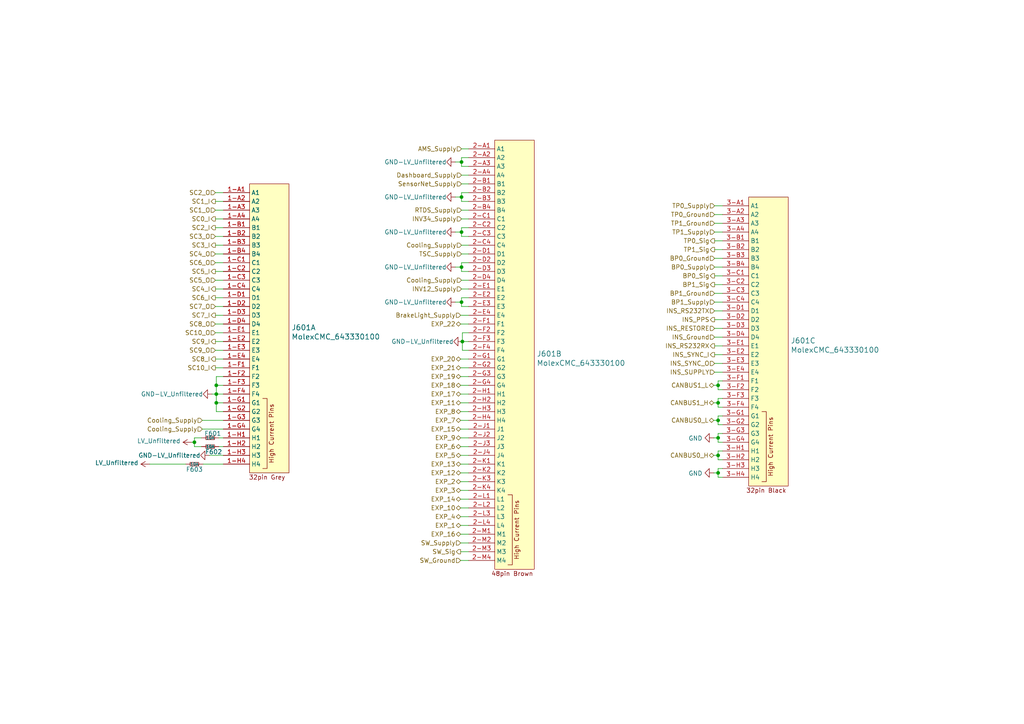
<source format=kicad_sch>
(kicad_sch (version 20231120) (generator "eeschema") (generator_version "8.0")
  (paper "A4")
  (title_block (title "Zynq-Based Master Controller") (date "2020-10-14") (rev "1.0") (company "JFH & SRM"))
  (lib_symbols
    (symbol "Device:Fuse_Small" (pin_numbers hide) (pin_names (offset 0.254) hide)
      (property "Reference" "F" (at 0 -1.524 0))
      (property "Value" "Fuse_Small" (at 0 1.524 0))
      (symbol "Fuse_Small_0_1"
        (rectangle (start -1.27 0.508) (end 1.27 -0.508))
        (polyline (pts (xy -1.27 0) (xy 1.27 0)))
      )
      (symbol "Fuse_Small_1_1"
        (pin passive line (at -2.54 0 0) (length 1.27) (name "~") (number "1"))
        (pin passive line (at 2.54 0 180) (length 1.27) (name "~") (number "2"))
      )
    )
    (symbol "Vikings_connectors:MolexCMC_643330100"
      (property "Reference" "J" (at -5.08 43.18 0))
      (property "Value" "MolexCMC_643330100" (at 6.35 29.21 90))
      (symbol "MolexCMC_643330100_1_0"
        (rectangle (start -6.35 41.91) (end 5.08 -41.91) (fill (type background)))
        (polyline (pts (xy -2.54 -20.32) (xy -1.27 -20.32) (xy -1.27 -40.64) (xy -2.54 -40.64)))
        (text "32pin Grey" (at -1.27 -43.18 0) (effects (font (size 1.27 1.27))))
        (text "High Current Pins" (at 0 -30.48 900) (effects (font (size 1.27 1.27))))
      )
      (symbol "MolexCMC_643330100_1_1"
        (pin input line (at -13.97 39.37 0) (length 7.62) (name "A1") (number "1-A1"))
        (pin input line (at -13.97 36.83 0) (length 7.62) (name "A2") (number "1-A2"))
        (pin input line (at -13.97 34.29 0) (length 7.62) (name "A3") (number "1-A3"))
        (pin input line (at -13.97 31.75 0) (length 7.62) (name "A4") (number "1-A4"))
        (pin input line (at -13.97 29.21 0) (length 7.62) (name "B1") (number "1-B1"))
        (pin input line (at -13.97 26.67 0) (length 7.62) (name "B2") (number "1-B2"))
        (pin input line (at -13.97 24.13 0) (length 7.62) (name "B3") (number "1-B3"))
        (pin input line (at -13.97 21.59 0) (length 7.62) (name "B4") (number "1-B4"))
        (pin input line (at -13.97 19.05 0) (length 7.62) (name "C1") (number "1-C1"))
        (pin input line (at -13.97 16.51 0) (length 7.62) (name "C2") (number "1-C2"))
        (pin input line (at -13.97 13.97 0) (length 7.62) (name "C3") (number "1-C3"))
        (pin input line (at -13.97 11.43 0) (length 7.62) (name "C4") (number "1-C4"))
        (pin input line (at -13.97 8.89 0) (length 7.62) (name "D1") (number "1-D1"))
        (pin input line (at -13.97 6.35 0) (length 7.62) (name "D2") (number "1-D2"))
        (pin input line (at -13.97 3.81 0) (length 7.62) (name "D3") (number "1-D3"))
        (pin input line (at -13.97 1.27 0) (length 7.62) (name "D4") (number "1-D4"))
        (pin input line (at -13.97 -1.27 0) (length 7.62) (name "E1") (number "1-E1"))
        (pin input line (at -13.97 -3.81 0) (length 7.62) (name "E2") (number "1-E2"))
        (pin input line (at -13.97 -6.35 0) (length 7.62) (name "E3") (number "1-E3"))
        (pin input line (at -13.97 -8.89 0) (length 7.62) (name "E4") (number "1-E4"))
        (pin input line (at -13.97 -11.43 0) (length 7.62) (name "F1") (number "1-F1"))
        (pin input line (at -13.97 -13.97 0) (length 7.62) (name "F2") (number "1-F2"))
        (pin input line (at -13.97 -16.51 0) (length 7.62) (name "F3") (number "1-F3"))
        (pin input line (at -13.97 -19.05 0) (length 7.62) (name "F4") (number "1-F4"))
        (pin input line (at -13.97 -21.59 0) (length 7.62) (name "G1") (number "1-G1"))
        (pin input line (at -13.97 -24.13 0) (length 7.62) (name "G2") (number "1-G2"))
        (pin input line (at -13.97 -26.67 0) (length 7.62) (name "G3") (number "1-G3"))
        (pin input line (at -13.97 -29.21 0) (length 7.62) (name "G4") (number "1-G4"))
        (pin input line (at -13.97 -31.75 0) (length 7.62) (name "H1") (number "1-H1"))
        (pin input line (at -13.97 -34.29 0) (length 7.62) (name "H2") (number "1-H2"))
        (pin input line (at -13.97 -36.83 0) (length 7.62) (name "H3") (number "1-H3"))
        (pin input line (at -13.97 -39.37 0) (length 7.62) (name "H4") (number "1-H4"))
      )
      (symbol "MolexCMC_643330100_2_0"
        (rectangle (start -6.35 41.91) (end 5.08 -82.55) (fill (type background)))
        (polyline (pts (xy -2.54 -60.96) (xy -1.27 -60.96) (xy -1.27 -81.28) (xy -2.54 -81.28)))
        (text "48pin Brown" (at -1.27 -83.82 0) (effects (font (size 1.27 1.27))))
        (text "High Current Pins" (at 0 -71.12 900) (effects (font (size 1.27 1.27))))
      )
      (symbol "MolexCMC_643330100_2_1"
        (pin input line (at -13.97 39.37 0) (length 7.62) (name "A1") (number "2-A1"))
        (pin input line (at -13.97 36.83 0) (length 7.62) (name "A2") (number "2-A2"))
        (pin input line (at -13.97 34.29 0) (length 7.62) (name "A3") (number "2-A3"))
        (pin input line (at -13.97 31.75 0) (length 7.62) (name "A4") (number "2-A4"))
        (pin input line (at -13.97 29.21 0) (length 7.62) (name "B1") (number "2-B1"))
        (pin input line (at -13.97 26.67 0) (length 7.62) (name "B2") (number "2-B2"))
        (pin input line (at -13.97 24.13 0) (length 7.62) (name "B3") (number "2-B3"))
        (pin input line (at -13.97 21.59 0) (length 7.62) (name "B4") (number "2-B4"))
        (pin input line (at -13.97 19.05 0) (length 7.62) (name "C1") (number "2-C1"))
        (pin input line (at -13.97 16.51 0) (length 7.62) (name "C2") (number "2-C2"))
        (pin input line (at -13.97 13.97 0) (length 7.62) (name "C3") (number "2-C3"))
        (pin input line (at -13.97 11.43 0) (length 7.62) (name "C4") (number "2-C4"))
        (pin input line (at -13.97 8.89 0) (length 7.62) (name "D1") (number "2-D1"))
        (pin input line (at -13.97 6.35 0) (length 7.62) (name "D2") (number "2-D2"))
        (pin input line (at -13.97 3.81 0) (length 7.62) (name "D3") (number "2-D3"))
        (pin input line (at -13.97 1.27 0) (length 7.62) (name "D4") (number "2-D4"))
        (pin input line (at -13.97 -1.27 0) (length 7.62) (name "E1") (number "2-E1"))
        (pin input line (at -13.97 -3.81 0) (length 7.62) (name "E2") (number "2-E2"))
        (pin input line (at -13.97 -6.35 0) (length 7.62) (name "E3") (number "2-E3"))
        (pin input line (at -13.97 -8.89 0) (length 7.62) (name "E4") (number "2-E4"))
        (pin input line (at -13.97 -11.43 0) (length 7.62) (name "F1") (number "2-F1"))
        (pin input line (at -13.97 -13.97 0) (length 7.62) (name "F2") (number "2-F2"))
        (pin input line (at -13.97 -16.51 0) (length 7.62) (name "F3") (number "2-F3"))
        (pin input line (at -13.97 -19.05 0) (length 7.62) (name "F4") (number "2-F4"))
        (pin input line (at -13.97 -21.59 0) (length 7.62) (name "G1") (number "2-G1"))
        (pin input line (at -13.97 -24.13 0) (length 7.62) (name "G2") (number "2-G2"))
        (pin input line (at -13.97 -26.67 0) (length 7.62) (name "G3") (number "2-G3"))
        (pin input line (at -13.97 -29.21 0) (length 7.62) (name "G4") (number "2-G4"))
        (pin input line (at -13.97 -31.75 0) (length 7.62) (name "H1") (number "2-H1"))
        (pin input line (at -13.97 -34.29 0) (length 7.62) (name "H2") (number "2-H2"))
        (pin input line (at -13.97 -36.83 0) (length 7.62) (name "H3") (number "2-H3"))
        (pin input line (at -13.97 -39.37 0) (length 7.62) (name "H4") (number "2-H4"))
        (pin input line (at -13.97 -41.91 0) (length 7.62) (name "J1") (number "2-J1"))
        (pin input line (at -13.97 -44.45 0) (length 7.62) (name "J2") (number "2-J2"))
        (pin input line (at -13.97 -46.99 0) (length 7.62) (name "J3") (number "2-J3"))
        (pin input line (at -13.97 -49.53 0) (length 7.62) (name "J4") (number "2-J4"))
        (pin input line (at -13.97 -52.07 0) (length 7.62) (name "K1") (number "2-K1"))
        (pin input line (at -13.97 -54.61 0) (length 7.62) (name "K2") (number "2-K2"))
        (pin input line (at -13.97 -57.15 0) (length 7.62) (name "K3") (number "2-K3"))
        (pin input line (at -13.97 -59.69 0) (length 7.62) (name "K4") (number "2-K4"))
        (pin input line (at -13.97 -62.23 0) (length 7.62) (name "L1") (number "2-L1"))
        (pin input line (at -13.97 -64.77 0) (length 7.62) (name "L2") (number "2-L2"))
        (pin input line (at -13.97 -67.31 0) (length 7.62) (name "L3") (number "2-L3"))
        (pin input line (at -13.97 -69.85 0) (length 7.62) (name "L4") (number "2-L4"))
        (pin input line (at -13.97 -72.39 0) (length 7.62) (name "M1") (number "2-M1"))
        (pin input line (at -13.97 -74.93 0) (length 7.62) (name "M2") (number "2-M2"))
        (pin input line (at -13.97 -77.47 0) (length 7.62) (name "M3") (number "2-M3"))
        (pin input line (at -13.97 -80.01 0) (length 7.62) (name "M4") (number "2-M4"))
      )
      (symbol "MolexCMC_643330100_3_1"
        (rectangle (start -6.35 41.91) (end 5.08 -41.91) (fill (type background)))
        (polyline (pts (xy -2.54 -20.32) (xy -1.27 -20.32) (xy -1.27 -40.64) (xy -2.54 -40.64)))
        (text "32pin Black" (at -1.27 -43.18 0) (effects (font (size 1.27 1.27))))
        (text "High Current Pins" (at 0 -30.48 900) (effects (font (size 1.27 1.27))))
        (pin input line (at -13.97 39.37 0) (length 7.62) (name "A1") (number "3-A1"))
        (pin input line (at -13.97 36.83 0) (length 7.62) (name "A2") (number "3-A2"))
        (pin input line (at -13.97 34.29 0) (length 7.62) (name "A3") (number "3-A3"))
        (pin input line (at -13.97 31.75 0) (length 7.62) (name "A4") (number "3-A4"))
        (pin input line (at -13.97 29.21 0) (length 7.62) (name "B1") (number "3-B1"))
        (pin input line (at -13.97 26.67 0) (length 7.62) (name "B2") (number "3-B2"))
        (pin input line (at -13.97 24.13 0) (length 7.62) (name "B3") (number "3-B3"))
        (pin input line (at -13.97 21.59 0) (length 7.62) (name "B4") (number "3-B4"))
        (pin input line (at -13.97 19.05 0) (length 7.62) (name "C1") (number "3-C1"))
        (pin input line (at -13.97 16.51 0) (length 7.62) (name "C2") (number "3-C2"))
        (pin input line (at -13.97 13.97 0) (length 7.62) (name "C3") (number "3-C3"))
        (pin input line (at -13.97 11.43 0) (length 7.62) (name "C4") (number "3-C4"))
        (pin input line (at -13.97 8.89 0) (length 7.62) (name "D1") (number "3-D1"))
        (pin input line (at -13.97 6.35 0) (length 7.62) (name "D2") (number "3-D2"))
        (pin input line (at -13.97 3.81 0) (length 7.62) (name "D3") (number "3-D3"))
        (pin input line (at -13.97 1.27 0) (length 7.62) (name "D4") (number "3-D4"))
        (pin input line (at -13.97 -1.27 0) (length 7.62) (name "E1") (number "3-E1"))
        (pin input line (at -13.97 -3.81 0) (length 7.62) (name "E2") (number "3-E2"))
        (pin input line (at -13.97 -6.35 0) (length 7.62) (name "E3") (number "3-E3"))
        (pin input line (at -13.97 -8.89 0) (length 7.62) (name "E4") (number "3-E4"))
        (pin input line (at -13.97 -11.43 0) (length 7.62) (name "F1") (number "3-F1"))
        (pin input line (at -13.97 -13.97 0) (length 7.62) (name "F2") (number "3-F2"))
        (pin input line (at -13.97 -16.51 0) (length 7.62) (name "F3") (number "3-F3"))
        (pin input line (at -13.97 -19.05 0) (length 7.62) (name "F4") (number "3-F4"))
        (pin input line (at -13.97 -21.59 0) (length 7.62) (name "G1") (number "3-G1"))
        (pin input line (at -13.97 -24.13 0) (length 7.62) (name "G2") (number "3-G2"))
        (pin input line (at -13.97 -26.67 0) (length 7.62) (name "G3") (number "3-G3"))
        (pin input line (at -13.97 -29.21 0) (length 7.62) (name "G4") (number "3-G4"))
        (pin input line (at -13.97 -31.75 0) (length 7.62) (name "H1") (number "3-H1"))
        (pin input line (at -13.97 -34.29 0) (length 7.62) (name "H2") (number "3-H2"))
        (pin input line (at -13.97 -36.83 0) (length 7.62) (name "H3") (number "3-H3"))
        (pin input line (at -13.97 -39.37 0) (length 7.62) (name "H4") (number "3-H4"))
      )
    )
    (symbol "Vikings_misc:GND-LV_Unfiltered" (power) (pin_names (offset 0))
      (property "Value" "GND-LV_Unfiltered" (at 0 -3.81 0))
      (symbol "GND-LV_Unfiltered_0_1"
        (polyline (pts (xy 0 0) (xy 0 -1.27) (xy 1.27 -1.27) (xy 0 -2.54) (xy -1.27 -1.27) (xy 0 -1.27)))
      )
      (symbol "GND-LV_Unfiltered_1_1"
        (pin power_in line (at 0 0 270) (length 0) hide (name "GND-LV_Unfiltered") (number "1"))
      )
    )
    (symbol "Vikings_misc:LV_Unfiltered" (power) (pin_names (offset 0))
      (property "Value" "LV_Unfiltered" (at 0 5.08 0))
      (symbol "LV_Unfiltered_1_1"
        (polyline (pts (xy -0.762 1.27) (xy 0 2.54)))
        (polyline (pts (xy 0 0) (xy 0 2.54)))
        (polyline (pts (xy 0 2.54) (xy 0.762 1.27)))
        (pin power_in line (at 0 0 90) (length 0) hide (name "LV_Unfiltered") (number "1"))
      )
    )
    (symbol "power:GND" (power) (pin_numbers hide) (pin_names (offset 0) hide)
      (property "Value" "GND" (at 0 -3.81 0))
      (symbol "GND_0_1"
        (polyline (pts (xy 0 0) (xy 0 -1.27) (xy 1.27 -1.27) (xy 0 -2.54) (xy -1.27 -1.27) (xy 0 -1.27)))
      )
      (symbol "GND_1_1"
        (pin power_in line (at 0 0 270) (length 0) (name "~") (number "1"))
      )
    )
  )
  (junction (at 208.28 132.08))
  (junction (at 62.738 111.76))
  (junction (at 208.28 111.76))
  (junction (at 208.28 116.84))
  (junction (at 133.858 87.63))
  (junction (at 208.28 127))
  (junction (at 133.858 77.47))
  (junction (at 208.28 121.92))
  (junction (at 133.858 67.31))
  (junction (at 62.738 116.84))
  (junction (at 133.858 57.15))
  (junction (at 62.738 114.3))
  (junction (at 134.112 99.06))
  (junction (at 56.388 128.27))
  (junction (at 208.28 137.16))
  (junction (at 133.858 46.99))
  (wire (pts (xy 209.55 74.93) (xy 207.264 74.93)))
  (wire (pts (xy 208.28 132.08) (xy 208.28 133.35)))
  (wire (pts (xy 133.858 66.04) (xy 135.89 66.04)))
  (wire (pts (xy 209.55 105.41) (xy 207.264 105.41)))
  (wire (pts (xy 64.77 114.3) (xy 62.738 114.3)))
  (wire (pts (xy 133.858 46.99) (xy 133.858 45.72)))
  (wire (pts (xy 64.77 68.58) (xy 62.484 68.58)))
  (wire (pts (xy 135.89 147.32) (xy 133.604 147.32)))
  (wire (pts (xy 207.01 137.16) (xy 208.28 137.16)))
  (wire (pts (xy 56.388 127) (xy 56.388 128.27)))
  (wire (pts (xy 135.89 63.5) (xy 133.858 63.5)))
  (wire (pts (xy 209.55 95.25) (xy 207.264 95.25)))
  (wire (pts (xy 64.77 116.84) (xy 62.738 116.84)))
  (wire (pts (xy 208.28 121.92) (xy 208.28 123.19)))
  (wire (pts (xy 134.112 101.6) (xy 134.112 99.06)))
  (wire (pts (xy 133.858 57.15) (xy 132.08 57.15)))
  (wire (pts (xy 64.77 73.66) (xy 62.484 73.66)))
  (wire (pts (xy 64.77 132.08) (xy 60.706 132.08)))
  (wire (pts (xy 55.626 128.27) (xy 56.388 128.27)))
  (wire (pts (xy 135.89 73.66) (xy 133.858 73.66)))
  (wire (pts (xy 208.28 128.27) (xy 209.55 128.27)))
  (wire (pts (xy 207.01 116.84) (xy 208.28 116.84)))
  (wire (pts (xy 208.28 133.35) (xy 209.55 133.35)))
  (wire (pts (xy 135.89 104.14) (xy 133.604 104.14)))
  (wire (pts (xy 64.77 106.68) (xy 62.484 106.68)))
  (wire (pts (xy 62.738 116.84) (xy 62.738 119.38)))
  (wire (pts (xy 208.28 130.81) (xy 208.28 132.08)))
  (wire (pts (xy 209.55 67.31) (xy 207.264 67.31)))
  (wire (pts (xy 133.858 76.2) (xy 135.89 76.2)))
  (wire (pts (xy 135.89 137.16) (xy 133.604 137.16)))
  (wire (pts (xy 208.28 123.19) (xy 209.55 123.19)))
  (wire (pts (xy 133.858 57.15) (xy 133.858 55.88)))
  (wire (pts (xy 209.55 77.47) (xy 207.264 77.47)))
  (wire (pts (xy 209.55 110.49) (xy 208.28 110.49)))
  (wire (pts (xy 209.55 62.23) (xy 207.264 62.23)))
  (wire (pts (xy 133.858 86.36) (xy 135.89 86.36)))
  (wire (pts (xy 135.89 91.44) (xy 133.604 91.44)))
  (wire (pts (xy 134.112 99.06) (xy 134.112 96.52)))
  (wire (pts (xy 62.738 111.76) (xy 62.738 114.3)))
  (wire (pts (xy 209.55 82.55) (xy 207.264 82.55)))
  (wire (pts (xy 135.89 121.92) (xy 133.604 121.92)))
  (wire (pts (xy 209.55 102.87) (xy 207.264 102.87)))
  (wire (pts (xy 135.89 129.54) (xy 133.604 129.54)))
  (wire (pts (xy 133.858 58.42) (xy 133.858 57.15)))
  (wire (pts (xy 133.858 55.88) (xy 135.89 55.88)))
  (wire (pts (xy 135.89 71.12) (xy 133.858 71.12)))
  (wire (pts (xy 135.89 60.96) (xy 133.858 60.96)))
  (wire (pts (xy 208.28 111.76) (xy 208.28 113.03)))
  (wire (pts (xy 208.28 127) (xy 208.28 128.27)))
  (wire (pts (xy 209.55 97.79) (xy 207.264 97.79)))
  (wire (pts (xy 135.89 149.86) (xy 133.604 149.86)))
  (wire (pts (xy 209.55 125.73) (xy 208.28 125.73)))
  (wire (pts (xy 64.77 101.6) (xy 62.484 101.6)))
  (wire (pts (xy 133.858 77.47) (xy 133.858 76.2)))
  (wire (pts (xy 208.28 135.89) (xy 208.28 137.16)))
  (wire (pts (xy 208.28 113.03) (xy 209.55 113.03)))
  (wire (pts (xy 64.77 127) (xy 63.5 127)))
  (wire (pts (xy 209.55 115.57) (xy 208.28 115.57)))
  (wire (pts (xy 64.77 104.14) (xy 62.484 104.14)))
  (wire (pts (xy 64.77 81.28) (xy 62.484 81.28)))
  (wire (pts (xy 135.89 154.94) (xy 133.604 154.94)))
  (wire (pts (xy 135.89 93.98) (xy 133.604 93.98)))
  (wire (pts (xy 209.55 59.69) (xy 207.264 59.69)))
  (wire (pts (xy 135.89 127) (xy 133.604 127)))
  (wire (pts (xy 134.112 96.52) (xy 135.89 96.52)))
  (wire (pts (xy 133.858 67.31) (xy 132.08 67.31)))
  (wire (pts (xy 209.55 120.65) (xy 208.28 120.65)))
  (wire (pts (xy 133.858 87.63) (xy 132.08 87.63)))
  (wire (pts (xy 135.89 142.24) (xy 133.604 142.24)))
  (wire (pts (xy 208.28 116.84) (xy 208.28 118.11)))
  (wire (pts (xy 64.77 66.04) (xy 62.484 66.04)))
  (wire (pts (xy 64.77 83.82) (xy 62.484 83.82)))
  (wire (pts (xy 135.89 134.62) (xy 133.604 134.62)))
  (wire (pts (xy 135.89 144.78) (xy 133.604 144.78)))
  (wire (pts (xy 135.89 50.8) (xy 133.858 50.8)))
  (wire (pts (xy 135.89 157.48) (xy 133.604 157.48)))
  (wire (pts (xy 135.89 58.42) (xy 133.858 58.42)))
  (wire (pts (xy 64.77 55.88) (xy 62.484 55.88)))
  (wire (pts (xy 208.28 125.73) (xy 208.28 127)))
  (wire (pts (xy 135.89 111.76) (xy 133.604 111.76)))
  (wire (pts (xy 64.77 88.9) (xy 62.484 88.9)))
  (wire (pts (xy 135.89 106.68) (xy 133.604 106.68)))
  (wire (pts (xy 135.89 88.9) (xy 133.858 88.9)))
  (wire (pts (xy 135.89 68.58) (xy 133.858 68.58)))
  (wire (pts (xy 64.77 71.12) (xy 62.484 71.12)))
  (wire (pts (xy 58.42 127) (xy 56.388 127)))
  (wire (pts (xy 135.89 162.56) (xy 133.604 162.56)))
  (wire (pts (xy 135.89 119.38) (xy 133.604 119.38)))
  (wire (pts (xy 64.77 121.92) (xy 58.674 121.92)))
  (wire (pts (xy 135.89 152.4) (xy 133.604 152.4)))
  (wire (pts (xy 135.89 101.6) (xy 134.112 101.6)))
  (wire (pts (xy 209.55 85.09) (xy 207.264 85.09)))
  (wire (pts (xy 135.89 43.18) (xy 133.858 43.18)))
  (wire (pts (xy 64.77 76.2) (xy 62.484 76.2)))
  (wire (pts (xy 207.01 127) (xy 208.28 127)))
  (wire (pts (xy 135.89 53.34) (xy 133.858 53.34)))
  (wire (pts (xy 62.738 111.76) (xy 62.738 109.22)))
  (wire (pts (xy 135.89 45.72) (xy 133.858 45.72)))
  (wire (pts (xy 209.55 107.95) (xy 207.264 107.95)))
  (wire (pts (xy 64.77 119.38) (xy 62.738 119.38)))
  (wire (pts (xy 209.55 90.17) (xy 207.264 90.17)))
  (wire (pts (xy 64.77 60.96) (xy 62.484 60.96)))
  (wire (pts (xy 133.858 48.26) (xy 133.858 46.99)))
  (wire (pts (xy 209.55 72.39) (xy 207.264 72.39)))
  (wire (pts (xy 209.55 92.71) (xy 207.264 92.71)))
  (wire (pts (xy 207.01 132.08) (xy 208.28 132.08)))
  (wire (pts (xy 209.55 64.77) (xy 207.264 64.77)))
  (wire (pts (xy 64.77 93.98) (xy 62.484 93.98)))
  (wire (pts (xy 133.858 46.99) (xy 132.08 46.99)))
  (wire (pts (xy 43.434 134.62) (xy 53.848 134.62)))
  (wire (pts (xy 64.77 91.44) (xy 62.484 91.44)))
  (wire (pts (xy 133.858 88.9) (xy 133.858 87.63)))
  (wire (pts (xy 64.77 124.46) (xy 58.674 124.46)))
  (wire (pts (xy 209.55 100.33) (xy 207.264 100.33)))
  (wire (pts (xy 208.28 118.11) (xy 209.55 118.11)))
  (wire (pts (xy 64.77 111.76) (xy 62.738 111.76)))
  (wire (pts (xy 135.89 160.02) (xy 133.604 160.02)))
  (wire (pts (xy 133.858 87.63) (xy 133.858 86.36)))
  (wire (pts (xy 135.89 116.84) (xy 133.604 116.84)))
  (wire (pts (xy 64.77 99.06) (xy 62.484 99.06)))
  (wire (pts (xy 209.55 87.63) (xy 207.264 87.63)))
  (wire (pts (xy 62.738 109.22) (xy 64.77 109.22)))
  (wire (pts (xy 207.01 111.76) (xy 208.28 111.76)))
  (wire (pts (xy 64.77 96.52) (xy 62.484 96.52)))
  (wire (pts (xy 58.42 129.54) (xy 56.388 129.54)))
  (wire (pts (xy 135.89 48.26) (xy 133.858 48.26)))
  (wire (pts (xy 208.28 138.43) (xy 209.55 138.43)))
  (wire (pts (xy 135.89 83.82) (xy 133.858 83.82)))
  (wire (pts (xy 64.77 129.54) (xy 63.5 129.54)))
  (wire (pts (xy 56.388 128.27) (xy 56.388 129.54)))
  (wire (pts (xy 207.01 121.92) (xy 208.28 121.92)))
  (wire (pts (xy 209.55 80.01) (xy 207.264 80.01)))
  (wire (pts (xy 64.77 78.74) (xy 62.484 78.74)))
  (wire (pts (xy 135.89 81.28) (xy 133.858 81.28)))
  (wire (pts (xy 135.89 78.74) (xy 133.858 78.74)))
  (wire (pts (xy 208.28 110.49) (xy 208.28 111.76)))
  (wire (pts (xy 209.55 69.85) (xy 207.264 69.85)))
  (wire (pts (xy 133.858 78.74) (xy 133.858 77.47)))
  (wire (pts (xy 64.77 58.42) (xy 62.484 58.42)))
  (wire (pts (xy 208.28 120.65) (xy 208.28 121.92)))
  (wire (pts (xy 62.738 116.84) (xy 62.738 114.3)))
  (wire (pts (xy 209.55 130.81) (xy 208.28 130.81)))
  (wire (pts (xy 133.858 77.47) (xy 132.08 77.47)))
  (wire (pts (xy 133.858 67.31) (xy 133.858 66.04)))
  (wire (pts (xy 61.468 114.3) (xy 62.738 114.3)))
  (wire (pts (xy 135.89 109.22) (xy 133.604 109.22)))
  (wire (pts (xy 135.89 139.7) (xy 133.604 139.7)))
  (wire (pts (xy 64.77 86.36) (xy 62.484 86.36)))
  (wire (pts (xy 208.28 137.16) (xy 208.28 138.43)))
  (wire (pts (xy 135.89 124.46) (xy 133.604 124.46)))
  (wire (pts (xy 133.858 68.58) (xy 133.858 67.31)))
  (wire (pts (xy 58.928 134.62) (xy 64.77 134.62)))
  (wire (pts (xy 135.89 132.08) (xy 133.604 132.08)))
  (wire (pts (xy 208.28 115.57) (xy 208.28 116.84)))
  (wire (pts (xy 135.89 99.06) (xy 134.112 99.06)))
  (wire (pts (xy 64.77 63.5) (xy 62.484 63.5)))
  (wire (pts (xy 135.89 114.3) (xy 133.604 114.3)))
  (wire (pts (xy 209.55 135.89) (xy 208.28 135.89)))
  (hierarchical_label "SC7_O" (shape input) (at 62.484 88.9 180))
  (hierarchical_label "EXP_8" (shape bidirectional) (at 133.604 119.38 180))
  (hierarchical_label "EXP_2" (shape bidirectional) (at 133.604 139.7 180))
  (hierarchical_label "INS_SYNC_O" (shape input) (at 207.264 105.41 180))
  (hierarchical_label "EXP_4" (shape bidirectional) (at 133.604 149.86 180))
  (hierarchical_label "EXP_6" (shape bidirectional) (at 133.604 129.54 180))
  (hierarchical_label "EXP_14" (shape bidirectional) (at 133.604 144.78 180))
  (hierarchical_label "SC9_I" (shape output) (at 62.484 99.06 180))
  (hierarchical_label "EXP_1" (shape bidirectional) (at 133.604 152.4 180))
  (hierarchical_label "SC1_O" (shape input) (at 62.484 60.96 180))
  (hierarchical_label "EXP_20" (shape bidirectional) (at 133.604 104.14 180))
  (hierarchical_label "SensorNet_Supply" (shape input) (at 133.858 53.34 180))
  (hierarchical_label "EXP_15" (shape bidirectional) (at 133.604 124.46 180))
  (hierarchical_label "TSC_Supply" (shape input) (at 133.858 73.66 180))
  (hierarchical_label "Cooling_Supply" (shape input) (at 133.858 71.12 180))
  (hierarchical_label "SC4_O" (shape input) (at 62.484 73.66 180))
  (hierarchical_label "Cooling_Supply" (shape input) (at 133.858 81.28 180))
  (hierarchical_label "EXP_16" (shape bidirectional) (at 133.604 154.94 180))
  (hierarchical_label "SW_Ground" (shape input) (at 133.604 162.56 180))
  (hierarchical_label "EXP_12" (shape bidirectional) (at 133.604 137.16 180))
  (hierarchical_label "SC2_I" (shape output) (at 62.484 66.04 180))
  (hierarchical_label "TP1_Supply" (shape input) (at 207.264 67.31 180))
  (hierarchical_label "INV34_Supply" (shape input) (at 133.858 63.5 180))
  (hierarchical_label "SC1_I" (shape output) (at 62.484 58.42 180))
  (hierarchical_label "Cooling_Supply" (shape input) (at 58.674 121.92 180))
  (hierarchical_label "EXP_17" (shape bidirectional) (at 133.604 114.3 180))
  (hierarchical_label "EXP_9" (shape bidirectional) (at 133.604 127 180))
  (hierarchical_label "EXP_22" (shape bidirectional) (at 133.604 93.98 180))
  (hierarchical_label "CANBUS0_H" (shape bidirectional) (at 207.01 132.08 180))
  (hierarchical_label "SW_Supply" (shape input) (at 133.604 157.48 180))
  (hierarchical_label "SC6_I" (shape output) (at 62.484 86.36 180))
  (hierarchical_label "INV12_Supply" (shape input) (at 133.858 83.82 180))
  (hierarchical_label "CANBUS0_L" (shape bidirectional) (at 207.01 121.92 180))
  (hierarchical_label "TP0_Supply" (shape input) (at 207.264 59.69 180))
  (hierarchical_label "SC7_I" (shape output) (at 62.484 91.44 180))
  (hierarchical_label "AMS_Supply" (shape input) (at 133.858 43.18 180))
  (hierarchical_label "EXP_13" (shape bidirectional) (at 133.604 134.62 180))
  (hierarchical_label "CANBUS1_L" (shape bidirectional) (at 207.01 111.76 180))
  (hierarchical_label "INS_RS232RX" (shape output) (at 207.264 100.33 180))
  (hierarchical_label "INS_PPS" (shape output) (at 207.264 92.71 180))
  (hierarchical_label "EXP_18" (shape bidirectional) (at 133.604 111.76 180))
  (hierarchical_label "RTDS_Supply" (shape input) (at 133.858 60.96 180))
  (hierarchical_label "EXP_3" (shape bidirectional) (at 133.604 142.24 180))
  (hierarchical_label "BrakeLight_Supply" (shape input) (at 133.604 91.44 180))
  (hierarchical_label "BP0_Ground" (shape input) (at 207.264 74.93 180))
  (hierarchical_label "INS_Ground" (shape input) (at 207.264 97.79 180))
  (hierarchical_label "SC4_I" (shape output) (at 62.484 83.82 180))
  (hierarchical_label "TP1_Sig" (shape output) (at 207.264 72.39 180))
  (hierarchical_label "TP1_Ground" (shape input) (at 207.264 64.77 180))
  (hierarchical_label "SC3_O" (shape input) (at 62.484 68.58 180))
  (hierarchical_label "BP1_Ground" (shape input) (at 207.264 85.09 180))
  (hierarchical_label "EXP_11" (shape bidirectional) (at 133.604 116.84 180))
  (hierarchical_label "SC5_I" (shape output) (at 62.484 78.74 180))
  (hierarchical_label "SC3_I" (shape output) (at 62.484 71.12 180))
  (hierarchical_label "SC8_I" (shape output) (at 62.484 104.14 180))
  (hierarchical_label "EXP_19" (shape bidirectional) (at 133.604 109.22 180))
  (hierarchical_label "SW_Sig" (shape output) (at 133.604 160.02 180))
  (hierarchical_label "CANBUS1_H" (shape bidirectional) (at 207.01 116.84 180))
  (hierarchical_label "BP0_Supply" (shape input) (at 207.264 77.47 180))
  (hierarchical_label "INS_RS232TX" (shape input) (at 207.264 90.17 180))
  (hierarchical_label "EXP_7" (shape bidirectional) (at 133.604 121.92 180))
  (hierarchical_label "BP0_Sig" (shape output) (at 207.264 80.01 180))
  (hierarchical_label "Dashboard_Supply" (shape input) (at 133.858 50.8 180))
  (hierarchical_label "SC9_O" (shape input) (at 62.484 101.6 180))
  (hierarchical_label "BP1_Sig" (shape output) (at 207.264 82.55 180))
  (hierarchical_label "SC10_I" (shape output) (at 62.484 106.68 180))
  (hierarchical_label "INS_SUPPLY" (shape input) (at 207.264 107.95 180))
  (hierarchical_label "INS_SYNC_I" (shape output) (at 207.264 102.87 180))
  (hierarchical_label "INS_RESTORE" (shape input) (at 207.264 95.25 180))
  (hierarchical_label "EXP_10" (shape bidirectional) (at 133.604 147.32 180))
  (hierarchical_label "SC5_O" (shape input) (at 62.484 81.28 180))
  (hierarchical_label "BP1_Supply" (shape input) (at 207.264 87.63 180))
  (hierarchical_label "EXP_5" (shape bidirectional) (at 133.604 132.08 180))
  (hierarchical_label "Cooling_Supply" (shape input) (at 58.674 124.46 180))
  (hierarchical_label "TP0_Sig" (shape output) (at 207.264 69.85 180))
  (hierarchical_label "EXP_21" (shape bidirectional) (at 133.604 106.68 180))
  (hierarchical_label "SC2_O" (shape input) (at 62.484 55.88 180))
  (hierarchical_label "SC6_O" (shape input) (at 62.484 76.2 180))
  (hierarchical_label "SC0_I" (shape output) (at 62.484 63.5 180))
  (hierarchical_label "SC10_O" (shape input) (at 62.484 96.52 180))
  (hierarchical_label "SC8_O" (shape input) (at 62.484 93.98 180))
  (hierarchical_label "TP0_Ground" (shape input) (at 207.264 62.23 180))
  (symbol (lib_id "Vikings_connectors:MolexCMC_643330100") (at 78.74 95.25 0) (unit 1)
    (property "Reference" "J601" (at 84.5312 94.996 0) (effects (font (size 1.524 1.524)) (justify left)))
    (property "Value" "MolexCMC_643330100" (at 84.5312 97.6884 0) (effects (font (size 1.524 1.524)) (justify left)))
    (property "Footprint" "Vikings_connectors:Molex_CMC_643330100_32+48+32pin" (effects (hide yes)))
    (property "Datasheet" "https://www.molex.com/molex/products/datasheet.jsp;jsessionid=1zTEUM-rhXL3iVCZ02GIuzBxWo32a1tNvQ98evBT.molex1?part=active/0643330100_PCB_HEADERS.xml" (effects (hide yes)))
  )
  (symbol (lib_id "Vikings_connectors:MolexCMC_643330100") (at 149.86 82.55 0) (unit 2)
    (property "Reference" "J601" (at 155.6512 102.616 0) (effects (font (size 1.524 1.524)) (justify left)))
    (property "Value" "MolexCMC_643330100" (at 155.6512 105.3084 0) (effects (font (size 1.524 1.524)) (justify left)))
    (property "Footprint" "Vikings_connectors:Molex_CMC_643330100_32+48+32pin" (effects (hide yes)))
    (property "Datasheet" "https://www.molex.com/molex/products/datasheet.jsp;jsessionid=1zTEUM-rhXL3iVCZ02GIuzBxWo32a1tNvQ98evBT.molex1?part=active/0643330100_PCB_HEADERS.xml" (effects (hide yes)))
  )
  (symbol (lib_id "Vikings_connectors:MolexCMC_643330100") (at 223.52 99.06 0) (unit 3)
    (property "Reference" "J601" (at 229.3112 98.806 0) (effects (font (size 1.524 1.524)) (justify left)))
    (property "Value" "MolexCMC_643330100" (at 229.3112 101.4984 0) (effects (font (size 1.524 1.524)) (justify left)))
    (property "Footprint" "Vikings_connectors:Molex_CMC_643330100_32+48+32pin" (effects (hide yes)))
    (property "Datasheet" "https://www.molex.com/molex/products/datasheet.jsp;jsessionid=1zTEUM-rhXL3iVCZ02GIuzBxWo32a1tNvQ98evBT.molex1?part=active/0643330100_PCB_HEADERS.xml" (effects (hide yes)))
  )
  (symbol (lib_id "Device:Fuse_Small") (at 60.96 127 0) (unit 1)
    (property "Reference" "F601" (at 61.722 125.73 0))
    (property "Value" "10A" (at 60.96 127 0) (effects (font (size 0.8382 0.8382))))
    (property "Footprint" "Vikings_devices:Littlefuse_Nano_Clip" (effects (hide yes)))
    (property "Datasheet" "https://m.littelfuse.com/~/media/electronics/datasheets/fuses/littelfuse_fuse_157_datasheet.pdf.pdf" (effects (hide yes)))
    (property "Manufacturer" "Littelfuse" (effects (hide yes)))
    (property "Man. Part No." "0157010.DR" (effects (hide yes)))
  )
  (symbol (lib_id "Device:Fuse_Small") (at 60.96 129.54 0) (mirror x) (unit 1)
    (property "Reference" "F602" (at 61.976 131.064 0))
    (property "Value" "10A" (at 60.96 129.54 0) (effects (font (size 0.8382 0.8382))))
    (property "Footprint" "Vikings_devices:Littlefuse_Nano_Clip" (effects (hide yes)))
    (property "Datasheet" "https://m.littelfuse.com/~/media/electronics/datasheets/fuses/littelfuse_fuse_157_datasheet.pdf.pdf" (effects (hide yes)))
    (property "Manufacturer" "Littelfuse" (effects (hide yes)))
    (property "Man. Part No." "0157010.DR" (effects (hide yes)))
  )
  (symbol (lib_id "Device:Fuse_Small") (at 56.388 134.62 0) (mirror x) (unit 1)
    (property "Reference" "F603" (at 56.388 136.144 0))
    (property "Value" "10A" (at 56.388 134.62 0) (effects (font (size 0.8382 0.8382))))
    (property "Footprint" "Vikings_devices:Littlefuse_Nano_Clip" (effects (hide yes)))
    (property "Datasheet" "https://m.littelfuse.com/~/media/electronics/datasheets/fuses/littelfuse_fuse_157_datasheet.pdf.pdf" (effects (hide yes)))
    (property "Manufacturer" "Littelfuse" (effects (hide yes)))
    (property "Man. Part No." "0157010.DR" (effects (hide yes)))
  )
  (symbol (lib_id "Vikings_misc:GND-LV_Unfiltered") (at 61.468 114.3 270) (unit 1)
    (property "Reference" "#PWR0289" (effects (hide yes)))
    (property "Value" "GND-LV_Unfiltered" (at 58.928 114.3 90) (effects (justify right)))
  )
  (symbol (lib_id "Vikings_misc:GND-LV_Unfiltered") (at 132.08 87.63 270) (mirror x) (unit 1)
    (property "Reference" "#PWR0290" (effects (hide yes)))
    (property "Value" "GND-LV_Unfiltered" (at 129.54 87.63 90) (effects (justify right)))
  )
  (symbol (lib_id "Vikings_misc:GND-LV_Unfiltered") (at 132.08 77.47 270) (mirror x) (unit 1)
    (property "Reference" "#PWR0291" (effects (hide yes)))
    (property "Value" "GND-LV_Unfiltered" (at 129.54 77.47 90) (effects (justify right)))
  )
  (symbol (lib_id "Vikings_misc:GND-LV_Unfiltered") (at 132.08 67.31 270) (mirror x) (unit 1)
    (property "Reference" "#PWR0292" (effects (hide yes)))
    (property "Value" "GND-LV_Unfiltered" (at 129.54 67.31 90) (effects (justify right)))
  )
  (symbol (lib_id "Vikings_misc:GND-LV_Unfiltered") (at 132.08 57.15 270) (mirror x) (unit 1)
    (property "Reference" "#PWR0293" (effects (hide yes)))
    (property "Value" "GND-LV_Unfiltered" (at 129.54 57.15 90) (effects (justify right)))
  )
  (symbol (lib_id "Vikings_misc:GND-LV_Unfiltered") (at 132.08 46.99 270) (mirror x) (unit 1)
    (property "Reference" "#PWR0294" (effects (hide yes)))
    (property "Value" "GND-LV_Unfiltered" (at 129.54 46.99 90) (effects (justify right)))
  )
  (symbol (lib_id "Vikings_misc:LV_Unfiltered") (at 55.626 128.27 90) (unit 1)
    (property "Reference" "#PWR0287" (effects (hide yes)))
    (property "Value" "LV_Unfiltered" (at 52.3748 127.889 90) (effects (justify left)))
  )
  (symbol (lib_id "Vikings_misc:LV_Unfiltered") (at 43.434 134.62 90) (unit 1)
    (property "Reference" "#PWR0348" (effects (hide yes)))
    (property "Value" "LV_Unfiltered" (at 40.1828 134.239 90) (effects (justify left)))
  )
  (symbol (lib_id "power:GND") (at 207.01 127 270) (unit 1)
    (property "Reference" "#PWR0295" (effects (hide yes)))
    (property "Value" "GND" (at 203.7588 127.127 90) (effects (justify right)))
  )
  (symbol (lib_id "power:GND") (at 207.01 137.16 270) (unit 1)
    (property "Reference" "#PWR0296" (effects (hide yes)))
    (property "Value" "GND" (at 203.7588 137.287 90) (effects (justify right)))
  )
  (symbol (lib_id "Vikings_misc:GND-LV_Unfiltered") (at 134.112 99.06 270) (mirror x) (unit 1)
    (property "Reference" "#PWR0288" (effects (hide yes)))
    (property "Value" "GND-LV_Unfiltered" (at 131.572 99.06 90) (effects (justify right)))
  )
  (symbol (lib_id "Vikings_misc:GND-LV_Unfiltered") (at 60.706 132.08 270) (unit 1)
    (property "Reference" "#PWR0499" (effects (hide yes)))
    (property "Value" "GND-LV_Unfiltered" (at 58.166 132.08 90) (effects (justify right)))
  )
)
</source>
